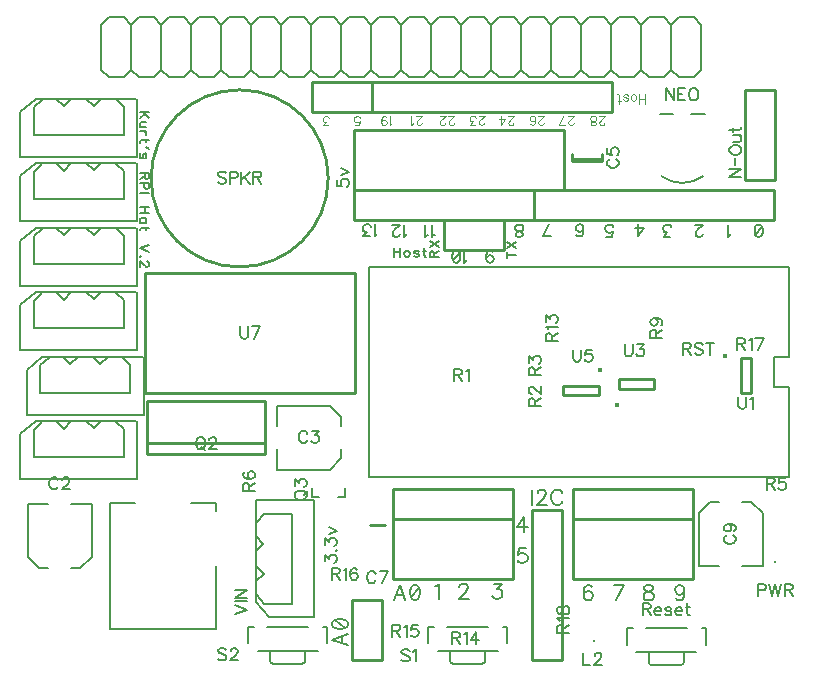
<source format=gto>
G04 DipTrace 3.0.0.2*
G04 TeensyArbotixProRPIV0.2a.gto*
%MOIN*%
G04 #@! TF.FileFunction,Legend,Top*
G04 #@! TF.Part,Single*
%ADD10C,0.009843*%
%ADD19C,0.008*%
%ADD36C,0.005*%
%ADD39C,0.006*%
%ADD50C,0.015395*%
%ADD52C,0.015401*%
%ADD115C,0.006176*%
%ADD116C,0.00772*%
%ADD117C,0.007*%
%ADD118C,0.004632*%
%FSLAX26Y26*%
G04*
G70*
G90*
G75*
G01*
G04 TopSilk*
%LPD*%
X427449Y937461D2*
D19*
X496194D1*
X571208D2*
X639953D1*
Y762451D1*
X602446Y724941D1*
X571208D1*
X427449Y937461D2*
Y762451D1*
X464956Y724941D1*
X496194D1*
X1258732Y1053364D2*
Y1122109D1*
Y1197123D2*
Y1265868D1*
X1433742D1*
X1471252Y1228361D1*
Y1197123D1*
X1258732Y1053364D2*
X1433742D1*
X1471252Y1090871D1*
Y1122109D1*
X2340204Y2089370D2*
D10*
X2241771D1*
X2340204Y2081921D2*
X2241771D1*
X2340204D2*
Y2105481D1*
X2241771Y2081921D2*
Y2105481D1*
X1567276Y869857D2*
X1618418D1*
X2876676Y732574D2*
D19*
X2807931D1*
X2732917D2*
X2664172D1*
Y907584D1*
X2701679Y945094D1*
X2732917D1*
X2876676Y732574D2*
Y907584D1*
X2839169Y945094D1*
X2807931D1*
X2043701Y888701D2*
D10*
X1643701D1*
X2043701Y688701D2*
X1643701D1*
X2043701Y888701D2*
Y688701D1*
X1643701Y888701D2*
Y688701D1*
X2043701Y888701D2*
Y988701D1*
X1643701Y888701D2*
X2043701D1*
X1643701Y988701D2*
X2043701D1*
X1643701Y888701D2*
Y988701D1*
X2643701Y888701D2*
X2243701D1*
X2643701Y688701D2*
X2243701D1*
X2643701Y888701D2*
Y688701D1*
X2243701Y888701D2*
Y688701D1*
X2643701Y888701D2*
Y988701D1*
X2243701Y888701D2*
X2643701D1*
X2243701Y988701D2*
X2643701D1*
X2243701Y888701D2*
Y988701D1*
X2213701Y1983701D2*
Y2183701D1*
X1513701Y1983701D2*
Y2183701D1*
X2213701D1*
X1513701Y1983701D2*
X2213701D1*
X2818701Y2318701D2*
X2918701D1*
Y2018701D1*
X2818701D2*
X2918701D1*
X2818701Y2318701D2*
Y2018701D1*
X2108701Y418701D2*
X2208701D1*
X2108701Y918701D2*
Y418701D1*
X2208701Y918701D2*
Y418701D1*
X2108701Y918701D2*
X2208701D1*
X1055856Y943072D2*
D19*
X973168D1*
X1055856Y521798D2*
Y730449D1*
Y943072D2*
Y915525D1*
X701536Y521798D2*
Y943072D1*
X784224D1*
X701536Y521798D2*
X1055856D1*
X673229Y2385630D2*
D39*
X698229Y2360630D1*
X748229D1*
X773229Y2385630D1*
X798229Y2360630D1*
X848229D1*
X873229Y2385630D1*
X898229Y2360630D1*
X948229D1*
X973229Y2385630D1*
X998229Y2360630D1*
X1048229D1*
X1073229Y2385630D1*
X1098229Y2360630D1*
X1148229D1*
X1173229Y2385630D1*
X1198229Y2360630D1*
X1248229D1*
X1273229Y2385630D1*
X673229D2*
Y2535630D1*
X698229Y2560630D1*
X748229D1*
X773229Y2535630D1*
X798229Y2560630D1*
X848229D1*
X873229Y2535630D1*
X898229Y2560630D1*
X948229D1*
X973229Y2535630D1*
X998229Y2560630D1*
X1048229D1*
X1073229Y2535630D1*
X1098229Y2560630D1*
X1148229D1*
X1173229Y2535630D1*
X1198229Y2560630D1*
X1248229D1*
X1273229Y2535630D1*
X1298229Y2560630D1*
X1348229D1*
X1373229Y2535630D1*
X1398229Y2560630D1*
X1448229D1*
X1473229Y2535630D1*
X1498229Y2560630D1*
X1548229D1*
X1573229Y2535630D1*
X1598229Y2560630D1*
X1648229D1*
X1673229Y2535630D1*
X1698229Y2560630D1*
X1748229D1*
X1773229Y2535630D1*
X1798229Y2560630D1*
X1848229D1*
X1873229Y2535630D2*
X1848229Y2560630D1*
X1873229Y2535630D2*
X1898229Y2560630D1*
X1948229D2*
X1898229D1*
X1948229D2*
X1973229Y2535630D1*
X1998229Y2560630D1*
X2048229D2*
X1998229D1*
X2048229D2*
X2073229Y2535630D1*
X2098229Y2560630D1*
X2148229D2*
X2098229D1*
X2148229D2*
X2173229Y2535630D1*
X2198229Y2560630D1*
X2248229D2*
X2198229D1*
X2248229D2*
X2273229Y2535630D1*
X2298229Y2560630D1*
X2348229D2*
X2298229D1*
X2348229D2*
X2373229Y2535630D1*
X2398229Y2560630D1*
X2448229D2*
X2398229D1*
X2448229D2*
X2473229Y2535630D1*
X2498229Y2560630D1*
X2548229D2*
X2498229D1*
X2548229D2*
X2573229Y2535630D1*
Y2385630D2*
X2548229Y2360630D1*
X2498229D1*
X2473229Y2385630D2*
X2498229Y2360630D1*
X2473229Y2385630D2*
X2448229Y2360630D1*
X2398229D1*
X2373229Y2385630D2*
X2398229Y2360630D1*
X2373229Y2385630D2*
X2348229Y2360630D1*
X2298229D1*
X2273229Y2385630D2*
X2298229Y2360630D1*
X2273229Y2385630D2*
X2248229Y2360630D1*
X2198229D2*
X2248229D1*
X2198229D2*
X2173229Y2385630D1*
X2148229Y2360630D1*
X2098229D2*
X2148229D1*
X2098229D2*
X2073229Y2385630D1*
X2048229Y2360630D1*
X1998229D1*
X1973229Y2385630D2*
X1998229Y2360630D1*
X1973229Y2385630D2*
X1948229Y2360630D1*
X1898229D1*
X1873229Y2385630D2*
X1898229Y2360630D1*
X1873229Y2385630D2*
X1848229Y2360630D1*
X1798229D1*
X1773229Y2385630D2*
X1798229Y2360630D1*
X1773229Y2385630D2*
X1748229Y2360630D1*
X1698229D1*
X1673229Y2385630D2*
X1698229Y2360630D1*
X1673229Y2385630D2*
X1648229Y2360630D1*
X1598229D1*
X1573229Y2385630D2*
X1598229Y2360630D1*
X1573229Y2385630D2*
X1548229Y2360630D1*
X1498229D1*
X1473229Y2385630D2*
X1498229Y2360630D1*
X1473229Y2385630D2*
X1448229Y2360630D1*
X1398229D1*
X1373229Y2385630D2*
X1398229Y2360630D1*
X1373229Y2385630D2*
X1348229Y2360630D1*
X1298229D1*
X1273229Y2385630D2*
X1298229Y2360630D1*
X773229Y2535630D2*
Y2385630D1*
X873229Y2535630D2*
Y2385630D1*
X973229Y2535630D2*
Y2385630D1*
X1073229Y2535630D2*
Y2385630D1*
X1173229Y2535630D2*
Y2385630D1*
X1273229Y2535630D2*
Y2385630D1*
X1373229Y2535630D2*
Y2385630D1*
X1473229Y2535630D2*
Y2385630D1*
X1573229Y2535630D2*
Y2385630D1*
X1673229Y2535630D2*
Y2385630D1*
X1773229Y2535630D2*
Y2385630D1*
X1873229Y2535630D2*
Y2385630D1*
X1973229Y2535630D2*
Y2385630D1*
X2073229Y2535630D2*
Y2385630D1*
X2173229Y2535630D2*
Y2385630D1*
X2273229Y2535630D2*
Y2385630D1*
X2373229Y2535630D2*
Y2385630D1*
X2473229Y2535630D2*
Y2385630D1*
X2573229Y2535630D2*
Y2385630D1*
Y2535630D2*
X2598229Y2560630D1*
X2648229D2*
X2598229D1*
X2648229D2*
X2673229Y2535630D1*
Y2385630D2*
X2648229Y2360630D1*
X2598229D1*
X2573229Y2385630D2*
X2598229Y2360630D1*
X2673229Y2535630D2*
Y2385630D1*
X1608701Y618701D2*
D10*
X1508701D1*
X1608701Y418701D2*
Y618701D1*
Y418701D2*
X1508701D1*
Y618701D1*
X401977Y1881654D2*
D36*
X791740D1*
Y2074566D1*
X672862Y2074701D2*
X622856D1*
X572849D1*
X522842D1*
X472875D1*
X453542Y2074682D1*
X401977Y2031265D1*
Y1881654D1*
X521868Y2073697D2*
X546852Y2048698D1*
X571875Y2073697D1*
X621842Y2074566D2*
X646865Y2050705D1*
X671849Y2074566D1*
X721856D1*
X788583D1*
X720842Y2072693D2*
X746840Y2047694D1*
X746879Y1953699D1*
X446838D1*
X446877Y2046709D1*
X474862Y2071709D1*
X401977Y1666654D2*
X791740D1*
Y1859566D1*
X672862Y1859701D2*
X622856D1*
X572849D1*
X522842D1*
X472875D1*
X453542Y1859682D1*
X401977Y1816265D1*
Y1666654D1*
X521868Y1858697D2*
X546852Y1833698D1*
X571875Y1858697D1*
X621842Y1859566D2*
X646865Y1835705D1*
X671849Y1859566D1*
X721856D1*
X788583D1*
X720842Y1857693D2*
X746840Y1832694D1*
X746879Y1738699D1*
X446838D1*
X446877Y1831709D1*
X474862Y1856709D1*
X401977Y1451654D2*
X791740D1*
Y1644566D1*
X672862Y1644701D2*
X622856D1*
X572849D1*
X522842D1*
X472875D1*
X453542Y1644682D1*
X401977Y1601265D1*
Y1451654D1*
X521868Y1643697D2*
X546852Y1618698D1*
X571875Y1643697D1*
X621842Y1644566D2*
X646865Y1620705D1*
X671849Y1644566D1*
X721856D1*
X788583D1*
X720842Y1642693D2*
X746840Y1617694D1*
X746879Y1523699D1*
X446838D1*
X446877Y1616709D1*
X474862Y1641709D1*
X423819Y1236654D2*
X813583D1*
Y1429566D1*
X694705Y1429701D2*
X644698D1*
X594692D1*
X544685D1*
X494717D1*
X475385Y1429682D1*
X423819Y1386265D1*
Y1236654D1*
X543710Y1428697D2*
X568694Y1403698D1*
X593717Y1428697D1*
X643685Y1429566D2*
X668708Y1405705D1*
X693692Y1429566D1*
X743698D1*
X810426D1*
X742685Y1427693D2*
X768682Y1402694D1*
X768721Y1308699D1*
X468681D1*
X468720Y1401709D1*
X496705Y1426709D1*
X401977Y1021654D2*
X791740D1*
Y1214566D1*
X672862Y1214701D2*
X622856D1*
X572849D1*
X522842D1*
X472875D1*
X453542Y1214682D1*
X401977Y1171265D1*
Y1021654D1*
X521868Y1213697D2*
X546852Y1188698D1*
X571875Y1213697D1*
X621842Y1214566D2*
X646865Y1190705D1*
X671849Y1214566D1*
X721856D1*
X788583D1*
X720842Y1212693D2*
X746840Y1187694D1*
X746879Y1093699D1*
X446838D1*
X446877Y1186709D1*
X474862Y1211709D1*
X401977Y2096654D2*
X791740D1*
Y2289566D1*
X672862Y2289701D2*
X622856D1*
X572849D1*
X522842D1*
X472875D1*
X453542Y2289682D1*
X401977Y2246265D1*
Y2096654D1*
X521868Y2288697D2*
X546852Y2263698D1*
X571875Y2288697D1*
X621842Y2289566D2*
X646865Y2265705D1*
X671849Y2289566D1*
X721856D1*
X788583D1*
X720842Y2287693D2*
X746840Y2262694D1*
X746879Y2168699D1*
X446838D1*
X446877Y2261709D1*
X474862Y2286709D1*
X1381621Y560966D2*
Y950730D1*
X1188709D1*
X1188574Y831852D2*
Y781845D1*
Y731839D1*
Y681832D1*
Y631864D1*
X1188593Y612532D1*
X1232009Y560966D1*
X1381621D1*
X1189578Y680857D2*
X1214577Y705841D1*
X1189578Y730864D1*
X1188709Y780832D2*
X1212569Y805855D1*
X1188709Y830839D1*
Y880845D1*
Y947573D1*
X1190581Y879832D2*
X1215581Y905829D1*
X1309576Y905868D1*
Y605828D1*
X1216566Y605867D1*
X1191566Y633852D1*
X2913701Y1883701D2*
D10*
X2113701D1*
X2913701Y1983701D2*
Y1883701D1*
Y1983701D2*
X2113701D1*
Y1883701D1*
Y1983701D2*
X1513701D1*
X2113701Y1883701D2*
X1513701D1*
X2113701Y1983701D2*
Y1883701D1*
X1513701Y1983701D2*
Y1883701D1*
X1573701Y2243701D2*
Y2343701D1*
X1373701Y2243701D2*
X1573701D1*
X1373701D2*
Y2343701D1*
X1573701D1*
X2373701D1*
X1573701Y2243701D2*
Y2343701D1*
Y2243701D2*
X2373701D1*
Y2343701D1*
X2013701Y1783701D2*
Y1883701D1*
X1813701Y1783701D2*
X2013701D1*
X1813701D2*
Y1883701D1*
X2013701D1*
G36*
X2310663Y484910D2*
X2318536D1*
Y477036D1*
X2310663D1*
Y484910D1*
G37*
X2533701Y2238695D2*
D36*
X2578701D1*
X2683701D2*
X2638701D1*
X2677701Y2030689D2*
G02X2539701Y2030689I-69000J97267D01*
G01*
G36*
X2922638Y750057D2*
X2914764D1*
Y742183D1*
X2922638D1*
Y750057D1*
G37*
X1219814Y1105188D2*
D10*
X826113D1*
Y1282353D1*
X1219814D1*
Y1105188D1*
Y1140621D2*
X826113D1*
X1462794Y961768D2*
D19*
X1486415D1*
Y993268D1*
X1399805Y961768D2*
X1376184D1*
Y993268D1*
X2456200Y443699D2*
D36*
X2656202D1*
X2687436Y468704D2*
Y524946D1*
X2674936D1*
X2624935D2*
X2487467D1*
X2497189Y441700D2*
Y411697D1*
G03X2507202Y401701I10011J16D01*
G01*
X2605200D1*
G03X2615213Y411697I2J10012D01*
G01*
Y441700D1*
X2443700Y524946D2*
X2424966D1*
Y468704D1*
X1793700Y448699D2*
X1993702D1*
X2024936Y473704D2*
Y529946D1*
X2012436D1*
X1962435D2*
X1824967D1*
X1834689Y446700D2*
Y416697D1*
G03X1844702Y406701I10011J16D01*
G01*
X1942700D1*
G03X1952713Y416697I2J10012D01*
G01*
Y446700D1*
X1781200Y529946D2*
X1762466D1*
Y473704D1*
X1193700Y448699D2*
X1393702D1*
X1424936Y473704D2*
Y529946D1*
X1412436D1*
X1362435D2*
X1224967D1*
X1234689Y446700D2*
Y416697D1*
G03X1244702Y406701I10011J16D01*
G01*
X1342700D1*
G03X1352713Y416697I2J10012D01*
G01*
Y446700D1*
X1181200Y529946D2*
X1162466D1*
Y473704D1*
X838425Y2023701D2*
D10*
G02X838425Y2023701I295276J0D01*
G01*
D50*
X2751337Y1431947D3*
X2805402Y1426684D2*
D10*
Y1308576D1*
X2836893Y1426684D2*
Y1308576D1*
X2805402D2*
X2836893D1*
X2805402Y1426684D2*
X2836893D1*
D52*
X2391787Y1268408D3*
X2397050Y1322473D2*
D10*
X2515158D1*
X2397050Y1353964D2*
X2515158D1*
Y1322473D2*
Y1353964D1*
X2397050Y1322473D2*
Y1353964D1*
X2913424Y1430013D2*
D19*
Y1330053D1*
X2963404D1*
Y1030033D1*
X1563404D1*
Y1730033D1*
X2963404D1*
Y1430013D1*
X2913424D1*
D52*
X2335615Y1386658D3*
X2330352Y1332593D2*
D10*
X2212244D1*
X2330352Y1301102D2*
X2212244D1*
Y1332593D2*
Y1301102D1*
X2330352Y1332593D2*
Y1301102D1*
X818335Y1707704D2*
X1518335D1*
Y1307704D1*
X818335D1*
Y1707704D1*
X528476Y1017729D2*
D115*
X526575Y1021531D1*
X522728Y1025378D1*
X518925Y1027279D1*
X511276D1*
X507429Y1025378D1*
X503627Y1021531D1*
X501681Y1017729D1*
X499780Y1011981D1*
Y1002386D1*
X501681Y996682D1*
X503627Y992835D1*
X507429Y989033D1*
X511276Y987087D1*
X518925D1*
X522728Y989033D1*
X526575Y992835D1*
X528476Y996682D1*
X542773Y1017685D2*
Y1019586D1*
X544674Y1023433D1*
X546575Y1025334D1*
X550422Y1027235D1*
X558071D1*
X561874Y1025334D1*
X563775Y1023433D1*
X565721Y1019586D1*
Y1015783D1*
X563775Y1011937D1*
X559973Y1006233D1*
X540827Y987087D1*
X567622D1*
X1359767Y1172571D2*
X1357866Y1176373D1*
X1354019Y1180220D1*
X1350217Y1182121D1*
X1342567D1*
X1338721Y1180220D1*
X1334918Y1176373D1*
X1332973Y1172571D1*
X1331071Y1166823D1*
Y1157228D1*
X1332973Y1151524D1*
X1334918Y1147677D1*
X1338721Y1143875D1*
X1342567Y1141929D1*
X1350217D1*
X1354019Y1143875D1*
X1357866Y1147677D1*
X1359767Y1151524D1*
X1375965Y1182077D2*
X1396968D1*
X1385516Y1166779D1*
X1391264D1*
X1395067Y1164877D1*
X1396968Y1162976D1*
X1398913Y1157228D1*
Y1153426D1*
X1396968Y1147677D1*
X1393165Y1143831D1*
X1387417Y1141929D1*
X1381669D1*
X1375965Y1143831D1*
X1374064Y1145776D1*
X1372119Y1149579D1*
X2367254Y2088476D2*
X2363452Y2086575D1*
X2359605Y2082728D1*
X2357704Y2078925D1*
Y2071276D1*
X2359605Y2067429D1*
X2363452Y2063627D1*
X2367254Y2061681D1*
X2373002Y2059780D1*
X2382597D1*
X2388301Y2061681D1*
X2392148Y2063627D1*
X2395950Y2067429D1*
X2397896Y2071276D1*
Y2078925D1*
X2395950Y2082728D1*
X2392148Y2086575D1*
X2388301Y2088476D1*
X2357748Y2123775D2*
Y2104674D1*
X2374948Y2102773D1*
X2373047Y2104674D1*
X2371101Y2110422D1*
Y2116126D1*
X2373047Y2121874D1*
X2376849Y2125721D1*
X2382597Y2127622D1*
X2386400D1*
X2392148Y2125721D1*
X2395994Y2121874D1*
X2397896Y2116126D1*
Y2110422D1*
X2395994Y2104674D1*
X2394049Y2102773D1*
X2390246Y2100827D1*
X1587622Y704986D2*
X1585720Y708789D1*
X1581874Y712636D1*
X1578071Y714537D1*
X1570422D1*
X1566575Y712636D1*
X1562772Y708789D1*
X1560827Y704986D1*
X1558926Y699238D1*
Y689644D1*
X1560827Y683940D1*
X1562772Y680093D1*
X1566575Y676290D1*
X1570422Y674345D1*
X1578071D1*
X1581874Y676290D1*
X1585720Y680093D1*
X1587622Y683940D1*
X1607622Y674345D2*
X1626768Y714493D1*
X1599973D1*
X2757469Y834559D2*
X2753666Y832658D1*
X2749820Y828811D1*
X2747918Y825009D1*
Y817359D1*
X2749820Y813513D1*
X2753666Y809710D1*
X2757469Y807765D1*
X2763217Y805863D1*
X2772812D1*
X2778516Y807765D1*
X2782362Y809710D1*
X2786165Y813513D1*
X2788110Y817359D1*
Y825009D1*
X2786165Y828811D1*
X2782362Y832658D1*
X2778516Y834559D1*
X2761316Y871804D2*
X2767064Y869858D1*
X2770911Y866056D1*
X2772812Y860308D1*
Y858407D1*
X2770911Y852659D1*
X2767064Y848856D1*
X2761316Y846911D1*
X2759414D1*
X2753666Y848856D1*
X2749864Y852659D1*
X2747963Y858407D1*
Y860308D1*
X2749864Y866056D1*
X2753666Y869858D1*
X2761316Y871804D1*
X2770911D1*
X2780461Y869858D1*
X2786209Y866056D1*
X2788110Y860308D1*
Y856505D1*
X2786209Y850757D1*
X2782362Y848856D1*
X2279616Y442799D2*
Y402607D1*
X2302564D1*
X2316861Y433205D2*
Y435106D1*
X2318762Y438953D1*
X2320663Y440854D1*
X2324510Y442755D1*
X2332159D1*
X2335962Y440854D1*
X2337863Y438953D1*
X2339809Y435106D1*
Y431303D1*
X2337863Y427457D1*
X2334061Y421753D1*
X2314915Y402607D1*
X2341710D1*
X2582024Y2323854D2*
Y2283662D1*
X2555229Y2323854D1*
Y2283662D1*
X2619224Y2323854D2*
X2594375D1*
Y2283662D1*
X2619224D1*
X2594375Y2304709D2*
X2609674D1*
X2643072Y2323854D2*
X2639225Y2321953D1*
X2635422Y2318106D1*
X2633477Y2314304D1*
X2631576Y2308556D1*
Y2298961D1*
X2633477Y2293257D1*
X2635422Y2289410D1*
X2639225Y2285608D1*
X2643072Y2283662D1*
X2650721D1*
X2654524Y2285608D1*
X2658370Y2289410D1*
X2660272Y2293257D1*
X2662173Y2298961D1*
Y2308556D1*
X2660272Y2314304D1*
X2658370Y2318106D1*
X2654524Y2321953D1*
X2650721Y2323854D1*
X2643072D1*
X2860410Y650482D2*
X2877654D1*
X2883357Y652384D1*
X2885303Y654329D1*
X2887204Y658132D1*
Y663880D1*
X2885303Y667682D1*
X2883357Y669628D1*
X2877654Y671529D1*
X2860410D1*
Y631337D1*
X2899556Y671529D2*
X2909150Y631337D1*
X2918701Y671529D1*
X2928252Y631337D1*
X2937846Y671529D1*
X2950198Y652384D2*
X2967398D1*
X2973146Y654329D1*
X2975091Y656230D1*
X2976992Y660033D1*
Y663880D1*
X2975091Y667682D1*
X2973146Y669628D1*
X2967398Y671529D1*
X2950198D1*
Y631337D1*
X2963595Y652384D2*
X2976992Y631337D1*
X999566Y1161278D2*
X995763Y1159421D1*
X991916Y1155574D1*
X990015Y1151727D1*
X988070Y1145979D1*
Y1136428D1*
X990015Y1130680D1*
X991916Y1126878D1*
X995763Y1123031D1*
X999566Y1121130D1*
X1007215D1*
X1011062Y1123031D1*
X1014864Y1126878D1*
X1016766Y1130680D1*
X1018711Y1136428D1*
Y1145979D1*
X1016766Y1151727D1*
X1014864Y1155574D1*
X1011062Y1159421D1*
X1007215Y1161278D1*
X999566D1*
X1005314Y1128779D2*
X1016766Y1117283D1*
X1033008Y1151683D2*
Y1153584D1*
X1034909Y1157431D1*
X1036811Y1159332D1*
X1040657Y1161233D1*
X1048307D1*
X1052109Y1159332D1*
X1054010Y1157431D1*
X1055956Y1153584D1*
Y1149782D1*
X1054010Y1145935D1*
X1050208Y1140231D1*
X1031063Y1121086D1*
X1057857D1*
X1316721Y963965D2*
X1318578Y960162D1*
X1322425Y956316D1*
X1326272Y954414D1*
X1332020Y952469D1*
X1341570D1*
X1347318Y954414D1*
X1351121Y956316D1*
X1354968Y960162D1*
X1356869Y963965D1*
Y971614D1*
X1354968Y975461D1*
X1351121Y979263D1*
X1347318Y981165D1*
X1341570Y983110D1*
X1332020D1*
X1326272Y981165D1*
X1322425Y979263D1*
X1318578Y975461D1*
X1316721Y971614D1*
Y963965D1*
X1349220Y969713D2*
X1360716Y981165D1*
X1316765Y999308D2*
Y1020311D1*
X1332064Y1008859D1*
Y1014607D1*
X1333965Y1018409D1*
X1335866Y1020311D1*
X1341614Y1022256D1*
X1345417D1*
X1351165Y1020311D1*
X1355012Y1016508D1*
X1356913Y1010760D1*
Y1005012D1*
X1355012Y999308D1*
X1353066Y997407D1*
X1349264Y995462D1*
X1848811Y1368994D2*
X1866011D1*
X1871759Y1370939D1*
X1873704Y1372840D1*
X1875606Y1376643D1*
Y1380490D1*
X1873704Y1384292D1*
X1871759Y1386238D1*
X1866011Y1388139D1*
X1848811D1*
Y1347947D1*
X1862208Y1368994D2*
X1875606Y1347947D1*
X1887957Y1380446D2*
X1891804Y1382391D1*
X1897552Y1388095D1*
Y1347947D1*
X2116737Y1264970D2*
X2116738Y1282169D1*
X2114792Y1287917D1*
X2112891Y1289863D1*
X2109088Y1291764D1*
X2105241D1*
X2101439Y1289863D1*
X2099493Y1287917D1*
X2097592Y1282169D1*
Y1264970D1*
X2137784D1*
X2116738Y1278367D2*
X2137784Y1291764D1*
X2107187Y1306061D2*
X2105286D1*
X2101439Y1307962D1*
X2099538Y1309864D1*
X2097636Y1313710D1*
Y1321360D1*
X2099538Y1325162D1*
X2101439Y1327064D1*
X2105286Y1329009D1*
X2109088D1*
X2112935Y1327063D1*
X2118639Y1323261D1*
X2137784Y1304116D1*
Y1330910D1*
X2116807Y1367063D2*
Y1384263D1*
X2114862Y1390011D1*
X2112960Y1391956D1*
X2109158Y1393857D1*
X2105311D1*
X2101508Y1391956D1*
X2099563Y1390011D1*
X2097662Y1384263D1*
Y1367063D1*
X2137854D1*
X2116807Y1380460D2*
X2137854Y1393857D1*
X2097706Y1410056D2*
Y1431058D1*
X2113005Y1419606D1*
Y1425354D1*
X2114906Y1429157D1*
X2116807Y1431058D1*
X2122555Y1433003D1*
X2126358D1*
X2132106Y1431058D1*
X2135952Y1427255D1*
X2137854Y1421507D1*
Y1415759D1*
X2135952Y1410055D1*
X2134007Y1408154D1*
X2130204Y1406209D1*
X2890261Y1006303D2*
X2907461D1*
X2913209Y1008249D1*
X2915154Y1010150D1*
X2917055Y1013953D1*
Y1017799D1*
X2915154Y1021602D1*
X2913209Y1023547D1*
X2907461Y1025449D1*
X2890261D1*
Y985257D1*
X2903658Y1006303D2*
X2917055Y985257D1*
X2952355Y1025405D2*
X2933254D1*
X2931352Y1008205D1*
X2933254Y1010106D1*
X2939002Y1012051D1*
X2944705D1*
X2950454Y1010106D1*
X2954300Y1006303D1*
X2956202Y1000555D1*
Y996753D1*
X2954300Y991005D1*
X2950454Y987158D1*
X2944705Y985257D1*
X2939002D1*
X2933254Y987158D1*
X2931352Y989104D1*
X2929407Y992906D1*
X1164386Y983141D2*
Y1000340D1*
X1162440Y1006088D1*
X1160539Y1008034D1*
X1156737Y1009935D1*
X1152890D1*
X1149087Y1008034D1*
X1147142Y1006088D1*
X1145240Y1000340D1*
Y983141D1*
X1185432D1*
X1164386Y996538D2*
X1185432Y1009935D1*
X1150988Y1045234D2*
X1147186Y1043333D1*
X1145285Y1037585D1*
Y1033783D1*
X1147186Y1028035D1*
X1152934Y1024188D1*
X1162485Y1022287D1*
X1172035Y1022286D1*
X1179684Y1024188D1*
X1183531Y1028034D1*
X1185432Y1033783D1*
Y1035684D1*
X1183531Y1041388D1*
X1179684Y1045234D1*
X1173936Y1047136D1*
X1172035D1*
X1166287Y1045234D1*
X1162485Y1041388D1*
X1160583Y1035684D1*
Y1033783D1*
X1162485Y1028035D1*
X1166287Y1024188D1*
X1172035Y1022286D1*
X2522004Y1493013D2*
Y1510213D1*
X2520058Y1515961D1*
X2518157Y1517907D1*
X2514355Y1519808D1*
X2510508D1*
X2506705Y1517907D1*
X2504760Y1515961D1*
X2502859Y1510213D1*
Y1493013D1*
X2543051D1*
X2522004Y1506411D2*
X2543051Y1519808D1*
X2516256Y1557053D2*
X2522004Y1555107D1*
X2525851Y1551305D1*
X2527752Y1545557D1*
Y1543655D1*
X2525851Y1537907D1*
X2522004Y1534105D1*
X2516256Y1532159D1*
X2514355D1*
X2508607Y1534105D1*
X2504804Y1537907D1*
X2502903Y1543655D1*
Y1545557D1*
X2504804Y1551305D1*
X2508607Y1555107D1*
X2516256Y1557053D1*
X2525851D1*
X2535401Y1555107D1*
X2541149Y1551305D1*
X2543051Y1545557D1*
Y1541754D1*
X2541149Y1536006D1*
X2537303Y1534105D1*
X2173677Y1481090D2*
Y1498290D1*
X2171732Y1504038D1*
X2169831Y1505983D1*
X2166028Y1507884D1*
X2162181D1*
X2158379Y1505983D1*
X2156433Y1504038D1*
X2154532Y1498290D1*
Y1481090D1*
X2194724D1*
X2173677Y1494487D2*
X2194724Y1507884D1*
X2162226Y1520236D2*
X2160280Y1524082D1*
X2154576Y1529830D1*
X2194724D1*
X2154576Y1546029D2*
Y1567031D1*
X2169875Y1555579D1*
Y1561327D1*
X2171776Y1565130D1*
X2173677Y1567031D1*
X2179425Y1568976D1*
X2183228D1*
X2188976Y1567031D1*
X2192823Y1563228D1*
X2194724Y1557480D1*
Y1551732D1*
X2192823Y1546029D1*
X2190877Y1544127D1*
X2187075Y1542182D1*
X1842506Y491972D2*
X1859706D1*
X1865454Y493917D1*
X1867400Y495818D1*
X1869301Y499621D1*
Y503468D1*
X1867400Y507270D1*
X1865454Y509216D1*
X1859706Y511117D1*
X1842506D1*
Y470925D1*
X1855904Y491972D2*
X1869301Y470925D1*
X1881652Y503423D2*
X1885499Y505369D1*
X1891247Y511073D1*
Y470925D1*
X1922744D2*
Y511073D1*
X1903599Y484322D1*
X1932295D1*
X1642994Y516331D2*
X1660194D1*
X1665942Y518277D1*
X1667887Y520178D1*
X1669788Y523981D1*
Y527827D1*
X1667887Y531630D1*
X1665942Y533575D1*
X1660194Y535477D1*
X1642994D1*
Y495285D1*
X1656391Y516331D2*
X1669788Y495285D1*
X1682140Y527783D2*
X1685987Y529729D1*
X1691735Y535432D1*
Y495285D1*
X1727034Y535432D2*
X1707933D1*
X1706032Y518232D1*
X1707933Y520134D1*
X1713681Y522079D1*
X1719385D1*
X1725133Y520134D1*
X1728979Y516331D1*
X1730881Y510583D1*
Y506781D1*
X1728979Y501033D1*
X1725133Y497186D1*
X1719385Y495285D1*
X1713681D1*
X1707933Y497186D1*
X1706032Y499131D1*
X1704086Y502934D1*
X1441125Y705794D2*
X1458325D1*
X1464073Y707740D1*
X1466019Y709641D1*
X1467920Y713444D1*
Y717291D1*
X1466019Y721093D1*
X1464073Y723039D1*
X1458325Y724940D1*
X1441125D1*
Y684748D1*
X1454523Y705794D2*
X1467920Y684748D1*
X1480271Y717246D2*
X1484118Y719192D1*
X1489866Y724896D1*
Y684748D1*
X1525165Y719192D2*
X1523264Y722994D1*
X1517516Y724896D1*
X1513714D1*
X1507966Y722994D1*
X1504119Y717246D1*
X1502218Y707696D1*
Y698145D1*
X1504119Y690496D1*
X1507966Y686649D1*
X1513714Y684748D1*
X1515615D1*
X1521319Y686649D1*
X1525165Y690496D1*
X1527067Y696244D1*
Y698145D1*
X1525165Y703893D1*
X1521319Y707696D1*
X1515615Y709597D1*
X1513714D1*
X1507966Y707696D1*
X1504119Y703893D1*
X1502218Y698145D1*
X2792159Y1472470D2*
X2809359D1*
X2815107Y1474416D1*
X2817053Y1476317D1*
X2818954Y1480120D1*
Y1483966D1*
X2817053Y1487769D1*
X2815107Y1489714D1*
X2809359Y1491616D1*
X2792159D1*
Y1451424D1*
X2805556Y1472470D2*
X2818954Y1451424D1*
X2831305Y1483922D2*
X2835152Y1485868D1*
X2840900Y1491571D1*
Y1451424D1*
X2860901D2*
X2880046Y1491571D1*
X2853251D1*
X2211956Y509620D2*
Y526820D1*
X2210010Y532568D1*
X2208109Y534513D1*
X2204306Y536414D1*
X2200460D1*
X2196657Y534513D1*
X2194712Y532568D1*
X2192810Y526820D1*
Y509620D1*
X2233002D1*
X2211956Y523017D2*
X2233002Y536414D1*
X2200504Y548766D2*
X2198558Y552612D1*
X2192854Y558360D1*
X2233002D1*
X2192854Y580262D2*
X2194756Y574559D1*
X2198558Y572613D1*
X2202405D1*
X2206208Y574559D1*
X2208153Y578361D1*
X2210054Y586010D1*
X2211956Y591758D1*
X2215802Y595561D1*
X2219605Y597462D1*
X2225353D1*
X2229155Y595561D1*
X2231101Y593660D1*
X2233002Y587912D1*
Y580262D1*
X2231101Y574559D1*
X2229155Y572613D1*
X2225353Y570712D1*
X2219605D1*
X2215802Y572613D1*
X2211956Y576460D1*
X2210054Y582164D1*
X2208153Y589813D1*
X2206208Y593660D1*
X2202405Y595561D1*
X2198558D1*
X2194756Y593660D1*
X2192854Y587912D1*
Y580262D1*
X2476980Y588134D2*
X2494180D1*
X2499928Y590080D1*
X2501874Y591981D1*
X2503775Y595783D1*
Y599630D1*
X2501874Y603433D1*
X2499928Y605378D1*
X2494180Y607279D1*
X2476980D1*
Y567087D1*
X2490378Y588134D2*
X2503775Y567087D1*
X2516126Y582386D2*
X2539074D1*
Y586233D1*
X2537173Y590080D1*
X2535272Y591981D1*
X2531425Y593882D1*
X2525677D1*
X2521874Y591981D1*
X2518028Y588134D1*
X2516126Y582386D1*
Y578584D1*
X2518028Y572835D1*
X2521874Y569033D1*
X2525677Y567087D1*
X2531425D1*
X2535272Y569033D1*
X2539074Y572835D1*
X2572472Y588134D2*
X2570571Y591981D1*
X2564823Y593882D1*
X2559075D1*
X2553327Y591981D1*
X2551426Y588134D1*
X2553327Y584332D1*
X2557174Y582386D1*
X2566724Y580485D1*
X2570571Y578584D1*
X2572472Y574737D1*
Y572835D1*
X2570571Y569033D1*
X2564823Y567087D1*
X2559075D1*
X2553327Y569033D1*
X2551426Y572835D1*
X2584824Y582386D2*
X2607772D1*
Y586233D1*
X2605870Y590080D1*
X2603969Y591981D1*
X2600122Y593882D1*
X2594374D1*
X2590572Y591981D1*
X2586725Y588134D1*
X2584824Y582386D1*
Y578584D1*
X2586725Y572835D1*
X2590572Y569033D1*
X2594374Y567087D1*
X2600122D1*
X2603969Y569033D1*
X2607772Y572835D1*
X2625871Y607279D2*
Y574737D1*
X2627772Y569033D1*
X2631619Y567087D1*
X2635422D1*
X2620123Y593882D2*
X2633520D1*
X2610861Y1456466D2*
X2628061D1*
X2633809Y1458412D1*
X2635754Y1460313D1*
X2637656Y1464115D1*
Y1467962D1*
X2635754Y1471765D1*
X2633809Y1473710D1*
X2628061Y1475611D1*
X2610861D1*
Y1435419D1*
X2624258Y1456466D2*
X2637656Y1435419D1*
X2676802Y1469863D2*
X2672999Y1473710D1*
X2667251Y1475611D1*
X2659602D1*
X2653854Y1473710D1*
X2650007Y1469863D1*
Y1466061D1*
X2651953Y1462214D1*
X2653854Y1460313D1*
X2657656Y1458412D1*
X2669152Y1454565D1*
X2672999Y1452664D1*
X2674900Y1450718D1*
X2676802Y1446916D1*
Y1441168D1*
X2672999Y1437365D1*
X2667251Y1435419D1*
X2659602D1*
X2653854Y1437365D1*
X2650007Y1441168D1*
X2702550Y1475611D2*
Y1435419D1*
X2689153Y1475611D2*
X2715948D1*
X1699949Y448382D2*
X1696147Y452229D1*
X1690399Y454130D1*
X1682750D1*
X1677001Y452229D1*
X1673155Y448382D1*
Y444579D1*
X1675100Y440733D1*
X1677001Y438831D1*
X1680804Y436930D1*
X1692300Y433083D1*
X1696147Y431182D1*
X1698048Y429236D1*
X1699949Y425434D1*
Y419686D1*
X1696147Y415883D1*
X1690399Y413938D1*
X1682750D1*
X1677001Y415883D1*
X1673155Y419686D1*
X1712301Y446436D2*
X1716148Y448382D1*
X1721896Y454086D1*
Y413938D1*
X1089423Y451957D2*
X1085620Y455803D1*
X1079872Y457705D1*
X1072223D1*
X1066475Y455803D1*
X1062628Y451957D1*
Y448154D1*
X1064574Y444307D1*
X1066475Y442406D1*
X1070278Y440505D1*
X1081774Y436658D1*
X1085620Y434757D1*
X1087522Y432811D1*
X1089423Y429009D1*
Y423261D1*
X1085620Y419458D1*
X1079872Y417513D1*
X1072223D1*
X1066475Y419458D1*
X1062628Y423261D1*
X1103720Y448110D2*
Y450011D1*
X1105621Y453858D1*
X1107522Y455759D1*
X1111369Y457660D1*
X1119018D1*
X1122821Y455759D1*
X1124722Y453858D1*
X1126668Y450011D1*
Y446209D1*
X1124722Y442362D1*
X1120920Y436658D1*
X1101774Y417513D1*
X1128569D1*
X1088379Y2040459D2*
X1084577Y2044305D1*
X1078829Y2046207D1*
X1071179D1*
X1065431Y2044305D1*
X1061585Y2040459D1*
Y2036656D1*
X1063530Y2032809D1*
X1065431Y2030908D1*
X1069234Y2029007D1*
X1080730Y2025160D1*
X1084577Y2023259D1*
X1086478Y2021313D1*
X1088379Y2017511D1*
Y2011763D1*
X1084577Y2007960D1*
X1078829Y2006015D1*
X1071179D1*
X1065431Y2007960D1*
X1061585Y2011763D1*
X1100731Y2025160D2*
X1117975D1*
X1123679Y2027061D1*
X1125624Y2029007D1*
X1127525Y2032809D1*
Y2038557D1*
X1125624Y2042360D1*
X1123679Y2044305D1*
X1117975Y2046207D1*
X1100731D1*
Y2006015D1*
X1139877Y2046207D2*
Y2006015D1*
X1166671Y2046207D2*
X1139877Y2019412D1*
X1149427Y2029007D2*
X1166671Y2006015D1*
X1179023Y2027061D2*
X1196223D1*
X1201971Y2029007D1*
X1203916Y2030908D1*
X1205817Y2034711D1*
Y2038557D1*
X1203916Y2042360D1*
X1201971Y2044305D1*
X1196223Y2046207D1*
X1179023D1*
Y2006015D1*
X1192420Y2027061D2*
X1205817Y2006015D1*
X2795407Y1295009D2*
Y1266313D1*
X2797308Y1260565D1*
X2801155Y1256763D1*
X2806903Y1254817D1*
X2810705D1*
X2816453Y1256763D1*
X2820300Y1260565D1*
X2822201Y1266313D1*
Y1295009D1*
X2834553Y1287316D2*
X2838400Y1289261D1*
X2844148Y1294965D1*
Y1254817D1*
X2416652Y1471564D2*
Y1442868D1*
X2418553Y1437120D1*
X2422400Y1433318D1*
X2428148Y1431372D1*
X2431950D1*
X2437699Y1433318D1*
X2441545Y1437120D1*
X2443447Y1442868D1*
Y1471564D1*
X2459645Y1471520D2*
X2480647D1*
X2469195Y1456221D1*
X2474943D1*
X2478746Y1454320D1*
X2480647Y1452419D1*
X2482593Y1446671D1*
Y1442868D1*
X2480647Y1437120D1*
X2476845Y1433274D1*
X2471097Y1431372D1*
X2465349D1*
X2459645Y1433274D1*
X2457743Y1435219D1*
X2455798Y1439022D1*
X2244809Y1452934D2*
Y1424238D1*
X2246711Y1418490D1*
X2250557Y1414688D1*
X2256305Y1412742D1*
X2260108D1*
X2265856Y1414688D1*
X2269703Y1418490D1*
X2271604Y1424238D1*
Y1452934D1*
X2306903Y1452890D2*
X2287802D1*
X2285901Y1435690D1*
X2287802Y1437591D1*
X2293550Y1439537D1*
X2299254D1*
X2305002Y1437591D1*
X2308849Y1433789D1*
X2310750Y1428041D1*
Y1424238D1*
X2308849Y1418490D1*
X2305002Y1414644D1*
X2299254Y1412742D1*
X2293550D1*
X2287802Y1414644D1*
X2285901Y1416589D1*
X2283955Y1420392D1*
X1135364Y1530209D2*
Y1501513D1*
X1137266Y1495765D1*
X1141113Y1491963D1*
X1146861Y1490017D1*
X1150663D1*
X1156411Y1491963D1*
X1160258Y1495765D1*
X1162159Y1501513D1*
Y1530209D1*
X1182160Y1490017D2*
X1201305Y1530165D1*
X1174511D1*
X1417195Y747112D2*
Y768115D1*
X1432494Y756663D1*
Y762411D1*
X1434395Y766213D1*
X1436297Y768114D1*
X1442045Y770060D1*
X1445847D1*
X1451595Y768114D1*
X1455442Y764312D1*
X1457343Y758564D1*
Y752816D1*
X1455442Y747112D1*
X1453496Y745211D1*
X1449694Y743265D1*
X1453496Y784313D2*
X1455442Y782411D1*
X1457343Y784313D1*
X1455442Y786258D1*
X1453496Y784313D1*
X1417195Y802456D2*
Y823459D1*
X1432494Y812007D1*
Y817755D1*
X1434395Y821557D1*
X1436297Y823459D1*
X1442045Y825404D1*
X1445847D1*
X1451595Y823459D1*
X1455442Y819656D1*
X1457343Y813908D1*
Y808160D1*
X1455442Y802456D1*
X1453496Y800555D1*
X1449694Y798609D1*
X1430549Y837756D2*
X1457343Y849252D1*
X1430549Y860703D1*
X1785577Y663418D2*
D116*
X1790385Y665850D1*
X1797570Y672980D1*
Y622795D1*
X1865793Y660826D2*
Y663203D1*
X1868170Y668011D1*
X1870546Y670388D1*
X1875355Y672764D1*
X1884916D1*
X1889670Y670388D1*
X1892046Y668011D1*
X1894478Y663203D1*
Y658450D1*
X1892046Y653641D1*
X1887293Y646511D1*
X1863361Y622580D1*
X1896855D1*
X1980600Y672764D2*
X2006853D1*
X1992538Y653641D1*
X1999723D1*
X2004477Y651265D1*
X2006853Y648888D1*
X2009285Y641703D1*
Y636950D1*
X2006853Y629765D1*
X2002100Y624956D1*
X1994915Y622580D1*
X1987730D1*
X1980600Y624956D1*
X1978224Y627388D1*
X1975792Y632141D1*
X2308906Y660635D2*
X2306529Y665388D1*
X2299344Y667764D1*
X2294591D1*
X2287406Y665388D1*
X2282598Y658203D1*
X2280221Y646265D1*
Y634326D1*
X2282598Y624765D1*
X2287406Y619956D1*
X2294591Y617580D1*
X2296968D1*
X2304097Y619956D1*
X2308906Y624765D1*
X2311282Y631950D1*
Y634326D1*
X2308906Y641511D1*
X2304097Y646265D1*
X2296968Y648641D1*
X2294591D1*
X2287406Y646265D1*
X2282598Y641511D1*
X2280221Y634326D1*
X2389783Y617580D2*
X2413714Y667764D1*
X2380221D1*
X2492159D2*
X2485029Y665388D1*
X2482598Y660635D1*
Y655826D1*
X2485029Y651073D1*
X2489783Y648641D1*
X2499344Y646265D1*
X2506529Y643888D1*
X2511282Y639080D1*
X2513659Y634326D1*
Y627141D1*
X2511282Y622388D1*
X2508906Y619956D1*
X2501721Y617580D1*
X2492159D1*
X2485029Y619956D1*
X2482598Y622388D1*
X2480221Y627141D1*
Y634326D1*
X2482598Y639080D1*
X2487406Y643888D1*
X2494536Y646265D1*
X2504097Y648641D1*
X2508906Y651073D1*
X2511282Y655826D1*
Y660635D1*
X2508906Y665388D1*
X2501721Y667764D1*
X2492159D1*
X2616338Y651073D2*
X2613906Y643888D1*
X2609153Y639080D1*
X2601968Y636703D1*
X2599591D1*
X2592406Y639080D1*
X2587653Y643888D1*
X2585221Y651073D1*
Y653450D1*
X2587653Y660635D1*
X2592406Y665388D1*
X2599591Y667764D1*
X2601968D1*
X2609153Y665388D1*
X2613906Y660635D1*
X2616338Y651073D1*
Y639080D1*
X2613906Y627141D1*
X2609153Y619956D1*
X2601968Y617580D1*
X2597214D1*
X2590029Y619956D1*
X2587653Y624765D1*
X1457665Y2019011D2*
D115*
Y1999910D1*
X1474865Y1998009D1*
X1472964Y1999910D1*
X1471018Y2005658D1*
Y2011362D1*
X1472964Y2017110D1*
X1476766Y2020957D1*
X1482514Y2022858D1*
X1486317D1*
X1492065Y2020957D1*
X1495912Y2017110D1*
X1497813Y2011362D1*
Y2005658D1*
X1495912Y1999910D1*
X1493966Y1998009D1*
X1490164Y1996063D1*
X1471018Y2035209D2*
X1497813Y2046705D1*
X1471018Y2058157D1*
X1493301Y505587D2*
D116*
X1443061Y486409D1*
X1493301Y467285D1*
X1476555Y474470D2*
Y498402D1*
X1443117Y535396D2*
X1445493Y528211D1*
X1452678Y523403D1*
X1464616Y521026D1*
X1471801D1*
X1483740Y523403D1*
X1490925Y528211D1*
X1493301Y535396D1*
Y540150D1*
X1490925Y547335D1*
X1483740Y552088D1*
X1471801Y554520D1*
X1464616D1*
X1452678Y552088D1*
X1445493Y547335D1*
X1443117Y540150D1*
Y535396D1*
X1452678Y552088D2*
X1483740Y523403D1*
X2766216Y2056111D2*
D115*
X2806408D1*
X2766215Y2029317D1*
X2806407D1*
X2786334Y2068463D2*
Y2090570D1*
X2766216Y2114418D2*
X2768117Y2110571D1*
X2771964Y2106768D1*
X2775766Y2104823D1*
X2781514Y2102922D1*
X2791109D1*
X2796813Y2104823D1*
X2800659Y2106768D1*
X2804462Y2110571D1*
X2806407Y2114418D1*
Y2122067D1*
X2804462Y2125870D1*
X2800659Y2129716D1*
X2796813Y2131618D1*
X2791109Y2133519D1*
X2781514D1*
X2775766Y2131618D1*
X2771964Y2129716D1*
X2768117Y2125870D1*
X2766216Y2122067D1*
Y2114418D1*
X2779613Y2145870D2*
X2798758D1*
X2804462Y2147772D1*
X2806407Y2151618D1*
Y2157366D1*
X2804462Y2161169D1*
X2798758Y2166917D1*
X2779613D2*
X2806407D1*
X2766216Y2185016D2*
X2798758D1*
X2804462Y2186918D1*
X2806407Y2190764D1*
Y2194567D1*
X2779613Y2179268D2*
Y2192666D1*
X2082754Y845946D2*
D116*
Y896131D1*
X2058822Y862693D1*
X2094692D1*
X2088881Y791405D2*
X2065004D1*
X2062628Y769905D1*
X2065004Y772282D1*
X2072189Y774713D1*
X2079319D1*
X2086504Y772282D1*
X2091313Y767528D1*
X2093689Y760343D1*
Y755590D1*
X2091313Y748405D1*
X2086504Y743597D1*
X2079319Y741220D1*
X2072189D1*
X2065004Y743597D1*
X2062628Y746029D1*
X2060196Y750782D1*
X2771606Y1837021D2*
D115*
X2767760Y1835075D1*
X2762012Y1829371D1*
Y1869519D1*
X2677073Y1838944D2*
Y1837043D1*
X2675172Y1833196D1*
X2673271Y1831295D1*
X2669424Y1829394D1*
X2661774D1*
X2657972Y1831295D1*
X2656071Y1833196D1*
X2654125Y1837043D1*
Y1840845D1*
X2656071Y1844692D1*
X2659873Y1850396D1*
X2679019Y1869541D1*
X2652224D1*
X2569016Y1829518D2*
X2548013D1*
X2559465Y1844817D1*
X2553717D1*
X2549914Y1846718D1*
X2548013Y1848619D1*
X2546068Y1854367D1*
Y1858170D1*
X2548013Y1863918D1*
X2551816Y1867765D1*
X2557564Y1869666D1*
X2563312D1*
X2569016Y1867765D1*
X2570917Y1865819D1*
X2572862Y1862017D1*
X2256228Y1836117D2*
X2258129Y1832315D1*
X2263877Y1830413D1*
X2267680D1*
X2273428Y1832315D1*
X2277275Y1838063D1*
X2279176Y1847613D1*
Y1857164D1*
X2277275Y1864813D1*
X2273428Y1868660D1*
X2267680Y1870561D1*
X2265779D1*
X2260075Y1868660D1*
X2256228Y1864813D1*
X2254327Y1859065D1*
Y1857164D1*
X2256228Y1851416D1*
X2260075Y1847613D1*
X2265779Y1845712D1*
X2267680D1*
X2273428Y1847613D1*
X2277275Y1851416D1*
X2279176Y1857164D1*
X2164150Y1870390D2*
X2145005Y1830243D1*
X2171799D1*
X2069590Y1829568D2*
X2075294Y1831469D1*
X2077239Y1835272D1*
Y1839119D1*
X2075294Y1842921D1*
X2071491Y1844867D1*
X2063842Y1846768D1*
X2058094Y1848669D1*
X2054291Y1852516D1*
X2052390Y1856319D1*
Y1862067D1*
X2054291Y1865869D1*
X2056193Y1867815D1*
X2061941Y1869716D1*
X2069590D1*
X2075294Y1867815D1*
X2077239Y1865869D1*
X2079141Y1862067D1*
Y1856319D1*
X2077239Y1852516D1*
X2073393Y1848669D1*
X2067689Y1846768D1*
X2060039Y1844867D1*
X2056193Y1842921D1*
X2054291Y1839119D1*
Y1835272D1*
X2056193Y1831469D1*
X2061941Y1829568D1*
X2069590D1*
X1955399Y1756008D2*
X1957345Y1761756D1*
X1961147Y1765603D1*
X1966895Y1767504D1*
X1968797D1*
X1974545Y1765603D1*
X1978347Y1761756D1*
X1980293Y1756008D1*
Y1754107D1*
X1978347Y1748359D1*
X1974545Y1744556D1*
X1968797Y1742655D1*
X1966895D1*
X1961147Y1744556D1*
X1957345Y1748359D1*
X1955399Y1756008D1*
Y1765603D1*
X1957345Y1775153D1*
X1961148Y1780901D1*
X1966896Y1782803D1*
X1970698D1*
X1976446Y1780901D1*
X1978347Y1777054D1*
X2462136Y1870597D2*
Y1830449D1*
X2481281Y1857199D1*
X2452585D1*
X2355824Y1829720D2*
X2374925D1*
X2376826Y1846920D1*
X2374925Y1845019D1*
X2369177Y1843073D1*
X2363473D1*
X2357725Y1845019D1*
X2353878Y1848822D1*
X2351977Y1854570D1*
Y1858372D1*
X2353878Y1864120D1*
X2357725Y1867967D1*
X2363473Y1869868D1*
X2369177D1*
X2374925Y1867967D1*
X2376826Y1866021D1*
X2378772Y1862219D1*
X2866114Y1828932D2*
X2871862Y1830833D1*
X2875709Y1836581D1*
X2877610Y1846131D1*
Y1851880D1*
X2875709Y1861430D1*
X2871862Y1867178D1*
X2866114Y1869079D1*
X2862312D1*
X2856564Y1867178D1*
X2852761Y1861430D1*
X2850816Y1851880D1*
Y1846132D1*
X2852761Y1836581D1*
X2856564Y1830833D1*
X2862312Y1828932D1*
X2866114D1*
X2852761Y1836581D2*
X2875709Y1861430D1*
X1890621Y1750532D2*
X1886774Y1748587D1*
X1881026Y1742883D1*
Y1783031D1*
X1857179Y1742883D2*
X1862927Y1744784D1*
X1866773Y1750532D1*
X1868675Y1760083D1*
Y1765831D1*
X1866774Y1775382D1*
X1862927Y1781130D1*
X1857179Y1783031D1*
X1853376D1*
X1847628Y1781130D1*
X1843826Y1775382D1*
X1841880Y1765831D1*
Y1760083D1*
X1843826Y1750532D1*
X1847628Y1744784D1*
X1853376Y1742883D1*
X1857179D1*
X1843826Y1750532D2*
X1866774Y1775382D1*
X1783742Y1836291D2*
X1779895Y1834345D1*
X1774147Y1828642D1*
Y1868789D1*
X1761795Y1836291D2*
X1757949Y1834345D1*
X1752201Y1828642D1*
Y1868789D1*
X1690885Y1836984D2*
X1687038Y1835038D1*
X1681290Y1829335D1*
Y1869482D1*
X1666993Y1838885D2*
Y1836984D1*
X1665092Y1833137D1*
X1663190Y1831236D1*
X1659344Y1829335D1*
X1651694D1*
X1647892Y1831236D1*
X1645991Y1833137D1*
X1644045Y1836984D1*
Y1840786D1*
X1645991Y1844633D1*
X1649793Y1850337D1*
X1668939Y1869482D1*
X1642144D1*
X1593236Y1838329D2*
X1589390Y1836383D1*
X1583642Y1830680D1*
Y1870827D1*
X1567443Y1830680D2*
X1546441D1*
X1557893Y1845978D1*
X1552145D1*
X1548342Y1847880D1*
X1546441Y1849781D1*
X1544496Y1855529D1*
Y1859331D1*
X1546441Y1865079D1*
X1550244Y1868926D1*
X1555992Y1870827D1*
X1561740D1*
X1567444Y1868926D1*
X1569345Y1866981D1*
X1571290Y1863178D1*
X1781796Y1761208D2*
D117*
Y1774108D1*
X1780337Y1778419D1*
X1778911Y1779878D1*
X1776059Y1781304D1*
X1773174D1*
X1770322Y1779878D1*
X1768863Y1778419D1*
X1767437Y1774108D1*
Y1761208D1*
X1797581D1*
X1781796Y1771256D2*
X1797581Y1781304D1*
X1767437Y1795304D2*
X1797581Y1815400D1*
X1767437D2*
X1797581Y1795304D1*
X2025030Y1768844D2*
X2055174D1*
X2025030Y1758796D2*
Y1778892D1*
Y1792892D2*
X2055174Y1812987D1*
X2025030Y1812988D2*
X2055174Y1792892D1*
X831705Y2244219D2*
X801561D1*
X831705Y2224123D2*
X811609Y2244219D1*
X818805Y2237056D2*
X801561Y2224123D1*
X821657Y2210123D2*
X807298D1*
X803020Y2208697D1*
X801561Y2205812D1*
Y2201501D1*
X803020Y2198649D1*
X807298Y2194338D1*
X821657D2*
X801561D1*
X821657Y2180338D2*
X801561D1*
X813035D2*
X817346Y2178879D1*
X820231Y2176027D1*
X821657Y2173142D1*
Y2168831D1*
X831705Y2150520D2*
X807298D1*
X803020Y2149094D1*
X801561Y2146209D1*
Y2143357D1*
X821657Y2154831D2*
Y2144783D1*
X831672Y2122161D2*
X823050Y2129357D1*
X830246Y2120735D1*
X831672Y2122161D1*
X817346Y2090950D2*
X820231Y2092376D1*
X821657Y2096687D1*
Y2100998D1*
X820231Y2105309D1*
X817346Y2106735D1*
X814494Y2105309D1*
X813035Y2102424D1*
X811609Y2095261D1*
X810183Y2092376D1*
X807298Y2090950D1*
X805872D1*
X803020Y2092376D1*
X801561Y2096687D1*
Y2100998D1*
X803020Y2105309D1*
X805872Y2106735D1*
X817346Y2043053D2*
Y2030153D1*
X818805Y2025842D1*
X820231Y2024383D1*
X823083Y2022957D1*
X825968D1*
X828820Y2024383D1*
X830279Y2025842D1*
X831705Y2030153D1*
Y2043053D1*
X801561D1*
X817346Y2033005D2*
X801561Y2022957D1*
X815920Y2008957D2*
Y1996024D1*
X817346Y1991746D1*
X818805Y1990287D1*
X821657Y1988861D1*
X825968D1*
X828820Y1990287D1*
X830279Y1991746D1*
X831705Y1996024D1*
Y2008957D1*
X801561D1*
X831705Y1974861D2*
X801561D1*
X831705Y1926964D2*
X801561D1*
X831705Y1906868D2*
X801561D1*
X817346Y1926964D2*
Y1906868D1*
X821657Y1875657D2*
X801561D1*
X817346D2*
X820231Y1878509D1*
X821657Y1881394D1*
Y1885672D1*
X820231Y1888557D1*
X817346Y1891409D1*
X813035Y1892868D1*
X810183D1*
X805872Y1891409D1*
X803020Y1888557D1*
X801561Y1885672D1*
Y1881394D1*
X803020Y1878509D1*
X805872Y1875657D1*
X831705Y1857346D2*
X807298D1*
X803020Y1855920D1*
X801561Y1853035D1*
Y1850183D1*
X821657Y1861657D2*
Y1851609D1*
X831705Y1802286D2*
X801561Y1790812D1*
X831705Y1779338D1*
X804446Y1763912D2*
X802987Y1765338D1*
X801561Y1763912D1*
X802987Y1762453D1*
X804446Y1763912D1*
X824509Y1746994D2*
X825935D1*
X828820Y1745568D1*
X830246Y1744142D1*
X831672Y1741257D1*
Y1735520D1*
X830246Y1732668D1*
X828820Y1731242D1*
X825935Y1729783D1*
X823083D1*
X820198Y1731242D1*
X815920Y1734094D1*
X801561Y1748453D1*
Y1728357D1*
X2349935Y2209003D2*
D118*
Y2207577D1*
X2348509Y2204692D1*
X2347083Y2203266D1*
X2344198Y2201840D1*
X2338461D1*
X2335609Y2203266D1*
X2334183Y2204692D1*
X2332724Y2207577D1*
Y2210429D1*
X2334183Y2213314D1*
X2337035Y2217592D1*
X2351394Y2231951D1*
X2331298D1*
X2314872Y2201840D2*
X2319150Y2203266D1*
X2320609Y2206118D1*
Y2209003D1*
X2319150Y2211855D1*
X2316298Y2213314D1*
X2310561Y2214740D1*
X2306250Y2216166D1*
X2303398Y2219051D1*
X2301972Y2221903D1*
Y2226214D1*
X2303398Y2229066D1*
X2304824Y2230525D1*
X2309135Y2231951D1*
X2314872D1*
X2319150Y2230525D1*
X2320609Y2229066D1*
X2322035Y2226214D1*
Y2221903D1*
X2320609Y2219051D1*
X2317724Y2216166D1*
X2313446Y2214740D1*
X2307709Y2213314D1*
X2304824Y2211855D1*
X2303398Y2209003D1*
Y2206118D1*
X2304824Y2203266D1*
X2309135Y2201840D1*
X2314872D1*
X2246855Y2209328D2*
Y2207902D1*
X2245429Y2205017D1*
X2244003Y2203591D1*
X2241118Y2202165D1*
X2235381D1*
X2232529Y2203591D1*
X2231103Y2205017D1*
X2229644Y2207902D1*
Y2210754D1*
X2231103Y2213639D1*
X2233955Y2217917D1*
X2248314Y2232276D1*
X2228218D1*
X2213218D2*
X2198859Y2202165D1*
X2218955D1*
X2147007Y2209351D2*
Y2207925D1*
X2145581Y2205040D1*
X2144155Y2203614D1*
X2141270Y2202188D1*
X2135533D1*
X2132681Y2203614D1*
X2131255Y2205040D1*
X2129796Y2207925D1*
Y2210777D1*
X2131255Y2213662D1*
X2134107Y2217939D1*
X2148466Y2232298D1*
X2128370D1*
X2101896Y2206466D2*
X2103322Y2203614D1*
X2107633Y2202188D1*
X2110485D1*
X2114796Y2203614D1*
X2117681Y2207925D1*
X2119107Y2215088D1*
Y2222250D1*
X2117681Y2227987D1*
X2114796Y2230873D1*
X2110485Y2232298D1*
X2109059D1*
X2104781Y2230873D1*
X2101896Y2227987D1*
X2100470Y2223676D1*
Y2222250D1*
X2101896Y2217939D1*
X2104781Y2215088D1*
X2109059Y2213662D1*
X2110485D1*
X2114796Y2215088D1*
X2117681Y2217939D1*
X2119107Y2222250D1*
X2046335Y2208579D2*
Y2207153D1*
X2044909Y2204268D1*
X2043483Y2202842D1*
X2040598Y2201416D1*
X2034861D1*
X2032009Y2202842D1*
X2030584Y2204268D1*
X2029124Y2207153D1*
Y2210005D1*
X2030584Y2212890D1*
X2033435Y2217168D1*
X2047794Y2231527D1*
X2027699D1*
X2004076D2*
Y2201416D1*
X2018435Y2221479D1*
X1996913D1*
X1948831Y2209402D2*
Y2207976D1*
X1947405Y2205091D1*
X1945979Y2203665D1*
X1943094Y2202239D1*
X1937357D1*
X1934506Y2203665D1*
X1933080Y2205091D1*
X1931620Y2207976D1*
Y2210828D1*
X1933080Y2213713D1*
X1935931Y2217991D1*
X1950290Y2232350D1*
X1930195D1*
X1918046Y2202239D2*
X1902294D1*
X1910883Y2213713D1*
X1906572D1*
X1903720Y2215139D1*
X1902294Y2216565D1*
X1900835Y2220876D1*
Y2223728D1*
X1902294Y2228039D1*
X1905146Y2230924D1*
X1909457Y2232350D1*
X1913768D1*
X1918046Y2230924D1*
X1919472Y2229465D1*
X1920931Y2226613D1*
X1848037Y2209095D2*
Y2207669D1*
X1846611Y2204784D1*
X1845186Y2203358D1*
X1842300Y2201932D1*
X1836563D1*
X1833712Y2203358D1*
X1832286Y2204784D1*
X1830827Y2207669D1*
Y2210521D1*
X1832286Y2213406D1*
X1835138Y2217684D1*
X1849497Y2232043D1*
X1829401D1*
X1818678Y2209095D2*
Y2207669D1*
X1817252Y2204784D1*
X1815826Y2203358D1*
X1812941Y2201932D1*
X1807204D1*
X1804352Y2203358D1*
X1802926Y2204784D1*
X1801467Y2207669D1*
Y2210521D1*
X1802926Y2213406D1*
X1805778Y2217684D1*
X1820137Y2232043D1*
X1800041D1*
X1740795Y2209440D2*
Y2208014D1*
X1739369Y2205129D1*
X1737943Y2203703D1*
X1735058Y2202277D1*
X1729321D1*
X1726469Y2203703D1*
X1725043Y2205129D1*
X1723584Y2208014D1*
Y2210866D1*
X1725043Y2213751D1*
X1727895Y2218029D1*
X1742254Y2232388D1*
X1722158D1*
X1712894Y2208014D2*
X1710009Y2206555D1*
X1705698Y2202277D1*
Y2232388D1*
X1640591Y2207014D2*
X1637706Y2205555D1*
X1633395Y2201277D1*
Y2231388D1*
X1605461Y2211292D2*
X1606921Y2215603D1*
X1609772Y2218488D1*
X1614083Y2219914D1*
X1615509D1*
X1619820Y2218488D1*
X1622672Y2215603D1*
X1624131Y2211292D1*
Y2209866D1*
X1622672Y2205555D1*
X1619820Y2202703D1*
X1615509Y2201277D1*
X1614083D1*
X1609772Y2202703D1*
X1606921Y2205555D1*
X1605461Y2211292D1*
Y2218488D1*
X1606921Y2225651D1*
X1609772Y2229962D1*
X1614083Y2231388D1*
X1616935D1*
X1621246Y2229962D1*
X1622672Y2227077D1*
X2485863Y2273350D2*
Y2303494D1*
X2465767Y2273350D2*
Y2303494D1*
X2485863Y2287709D2*
X2465767D1*
X2449340Y2283398D2*
X2452192Y2284824D1*
X2455077Y2287709D1*
X2456503Y2292020D1*
Y2294872D1*
X2455077Y2299183D1*
X2452192Y2302035D1*
X2449340Y2303494D1*
X2445029D1*
X2442144Y2302035D1*
X2439292Y2299183D1*
X2437833Y2294872D1*
Y2292020D1*
X2439292Y2287709D1*
X2442144Y2284824D1*
X2445029Y2283398D1*
X2449340D1*
X2412785Y2287709D2*
X2414211Y2284824D1*
X2418522Y2283398D1*
X2422833D1*
X2427144Y2284824D1*
X2428570Y2287709D1*
X2427144Y2290561D1*
X2424259Y2292020D1*
X2417096Y2293446D1*
X2414211Y2294872D1*
X2412785Y2297757D1*
Y2299183D1*
X2414211Y2302035D1*
X2418522Y2303494D1*
X2422833D1*
X2427144Y2302035D1*
X2428570Y2299183D1*
X2399210Y2273350D2*
Y2297757D1*
X2397784Y2302035D1*
X2394899Y2303494D1*
X2392047D1*
X2403521Y2283398D2*
X2393473D1*
X1647966Y1792372D2*
D117*
Y1762228D1*
X1668062Y1792372D2*
Y1762228D1*
X1647966Y1778013D2*
X1668062D1*
X1689225Y1782324D2*
X1686373Y1780898D1*
X1683488Y1778013D1*
X1682062Y1773702D1*
Y1770850D1*
X1683488Y1766539D1*
X1686373Y1763687D1*
X1689225Y1762228D1*
X1693536D1*
X1696421Y1763687D1*
X1699273Y1766539D1*
X1700732Y1770850D1*
Y1773702D1*
X1699273Y1778013D1*
X1696421Y1780898D1*
X1693536Y1782324D1*
X1689225D1*
X1730517Y1778013D2*
X1729091Y1780898D1*
X1724780Y1782324D1*
X1720469D1*
X1716158Y1780898D1*
X1714732Y1778013D1*
X1716158Y1775161D1*
X1719043Y1773702D1*
X1726206Y1772276D1*
X1729091Y1770850D1*
X1730517Y1767965D1*
Y1766539D1*
X1729091Y1763687D1*
X1724780Y1762228D1*
X1720469D1*
X1716158Y1763687D1*
X1714732Y1766539D1*
X1748828Y1792372D2*
Y1767965D1*
X1750254Y1763687D1*
X1753139Y1762228D1*
X1755991D1*
X1744517Y1782324D2*
X1754565D1*
X1517658Y2201348D2*
D118*
X1531984D1*
X1533410Y2214248D1*
X1531984Y2212822D1*
X1527673Y2211363D1*
X1523395D1*
X1519084Y2212822D1*
X1516199Y2215674D1*
X1514773Y2219985D1*
Y2222837D1*
X1516199Y2227148D1*
X1519084Y2230033D1*
X1523395Y2231459D1*
X1527673D1*
X1531984Y2230033D1*
X1533410Y2228573D1*
X1534869Y2225722D1*
X1428172Y2200240D2*
X1412420D1*
X1421009Y2211714D1*
X1416698D1*
X1413846Y2213140D1*
X1412420Y2214566D1*
X1410961Y2218877D1*
Y2221729D1*
X1412420Y2226040D1*
X1415272Y2228925D1*
X1419583Y2230351D1*
X1423894D1*
X1428172Y2228925D1*
X1429598Y2227466D1*
X1431057Y2224614D1*
X1119440Y570765D2*
D115*
X1159632Y586064D1*
X1119440Y601363D1*
Y613714D2*
X1159632D1*
X1119440Y652860D2*
X1159632D1*
X1119440Y626065D1*
X1159632D1*
X1685878Y618795D2*
D116*
X1666700Y669035D1*
X1647577Y618795D1*
X1654762Y635542D2*
X1678693D1*
X1715688Y668980D2*
X1708503Y666603D1*
X1703694Y659418D1*
X1701318Y647480D1*
Y640295D1*
X1703694Y628357D1*
X1708503Y621172D1*
X1715688Y618795D1*
X1720441D1*
X1727626Y621172D1*
X1732379Y628357D1*
X1734811Y640295D1*
Y647480D1*
X1732379Y659418D1*
X1727626Y666603D1*
X1720441Y668980D1*
X1715688D1*
X1732379Y659418D2*
X1703694Y628357D1*
X2108822Y986186D2*
Y935946D1*
X2126693Y974192D2*
Y976569D1*
X2129070Y981377D1*
X2131446Y983754D1*
X2136255Y986131D1*
X2145816D1*
X2150570Y983754D1*
X2152946Y981377D1*
X2155378Y976569D1*
Y971816D1*
X2152946Y967007D1*
X2148193Y959878D1*
X2124261Y935946D1*
X2157755D1*
X2209064Y974248D2*
X2206687Y979001D1*
X2201879Y983809D1*
X2197126Y986186D1*
X2187564D1*
X2182755Y983809D1*
X2178002Y979001D1*
X2175570Y974248D1*
X2173194Y967063D1*
Y955069D1*
X2175570Y947939D1*
X2178002Y943131D1*
X2182755Y938378D1*
X2187564Y935946D1*
X2197126D1*
X2201879Y938378D1*
X2206687Y943131D1*
X2209064Y947939D1*
M02*

</source>
